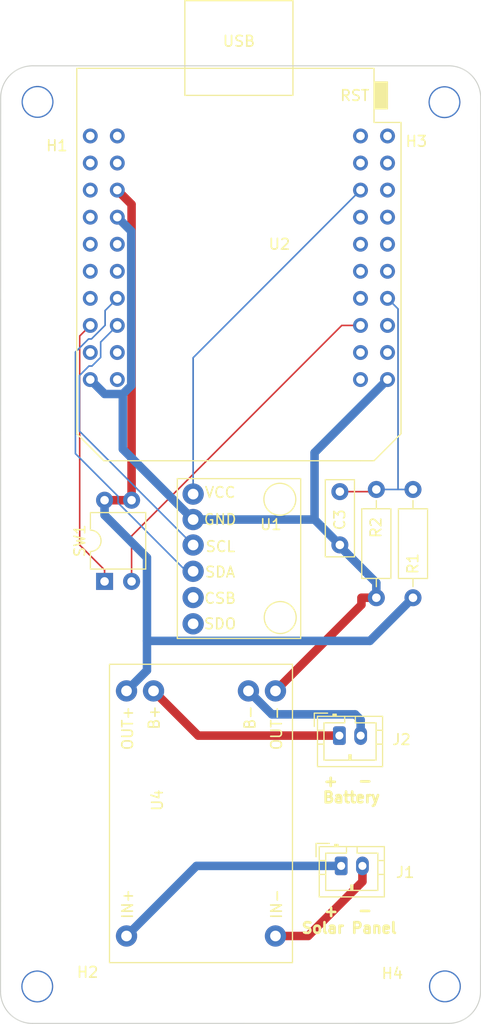
<source format=kicad_pcb>
(kicad_pcb (version 20211014) (generator pcbnew)
  (layers (0 "F.Cu" signal) (31 "B.Cu" signal) (34 "B.Paste" user) (35 "F.Paste" user) (36 "B.SilkS" user "B.Silkscreen") (37 "F.SilkS" user "F.Silkscreen") (38 "B.Mask" user) (39 "F.Mask" user) (44 "Edge.Cuts" user))
  (net 0 "")
  (net 1 "+5V")
  (net 2 "GND")
  (net 3 "BIT0")
  (net 4 "BIT1")
  (net 7 "Net-(J1-Pad1)")
  (net 19 "ADC")
  (net 21 "Net-(J1-Pad2)")
  (net 22 "Net-(J2-Pad1)")
  (net 23 "Net-(J2-Pad2)")
  (net 24 "SCL")
  (net 25 "SDA")
  (net 27 "+3.3V")
  (footprint "project_footprints:NPTH_3mm_ID" (layer "F.Cu") (at 81.7998 64.2037)
    (fp_text reference "H1" (at 1.814988 4.110059) (layer "F.SilkS"))
    (fp_text value "3mm_Mounting_Hole" hide)
    (pad "" np_thru_hole circle locked (at 0 0) (size 3 3) (drill 2.75) (layers *.Cu *.Mask) (clearance 1.6))
  )
  (footprint "project_footprints:NPTH_3mm_ID" (layer "F.Cu") (at 120.0518 64.2309)
    (fp_text reference "H3" (at -2.639487 3.673669) (layer "F.SilkS"))
    (fp_text value "3mm_Mounting_Hole" hide)
    (pad "" np_thru_hole circle locked (at 0 0) (size 3 3) (drill 2.75) (layers *.Cu *.Mask) (clearance 1.6))
  )
  (footprint "project_footprints:NPTH_3mm_ID" (layer "F.Cu") (at 81.7755 147.215)
    (fp_text reference "H2" (at 4.733434 -1.332425) (layer "F.SilkS"))
    (fp_text value "3mm_Mounting_Hole" hide)
    (pad "" np_thru_hole circle locked (at 0 0) (size 3 3) (drill 2.75) (layers *.Cu *.Mask) (clearance 1.6))
  )
  (footprint "project_footprints:NPTH_3mm_ID" (layer "F.Cu") (at 120.0908 147.2075)
    (fp_text reference "H4" (at -4.93875 -1.214706) (layer "F.SilkS"))
    (fp_text value "3mm_Mounting_Hole" hide)
    (pad "" np_thru_hole circle locked (at 0 0) (size 3 3) (drill 2.75) (layers *.Cu *.Mask) (clearance 1.6))
  )
  (footprint "Resistor_THT:R_Axial_DIN0207_L6.3mm_D2.5mm_P10.16mm_Horizontal" (layer "F.Cu") (at 113.6457 100.5751 -90)
    (fp_text reference "R2" (at 3.573276 0.037424 -270) (layer "F.SilkS"))
    (fp_text value "200k")
    (fp_line (start 1.04 0) (end 1.81 0) (layer "F.SilkS") (width 0.12))
    (fp_line (start 9.12 0) (end 8.35 0) (layer "F.SilkS") (width 0.12))
    (fp_line (start 8.35 -1.37) (end 1.81 -1.37) (layer "F.SilkS") (width 0.12))
    (fp_line (start 1.81 1.37) (end 8.35 1.37) (layer "F.SilkS") (width 0.12))
    (fp_line (start 1.81 -1.37) (end 1.81 1.37) (layer "F.SilkS") (width 0.12))
    (fp_line (start 8.35 1.37) (end 8.35 -1.37) (layer "F.SilkS") (width 0.12))
    (pad "1" thru_hole circle (at 0 0 270) (size 1.6 1.6) (drill 0.8) (layers *.Cu *.Mask) (net 19 "ADC"))
    (pad "2" thru_hole oval (at 10.16 0 270) (size 1.6 1.6) (drill 0.8) (layers *.Cu *.Mask) (net 2 "GND"))
  )
  (footprint "Capacitor_THT:C_Disc_D7.0mm_W2.5mm_P5.00mm" (layer "F.Cu") (at 110.2182 105.7781 90)
    (fp_text reference "C3" (at 2.357395 -0.017089 90) (layer "F.SilkS"))
    (fp_text value "100nF")
    (fp_line (start -1.12 -1.37) (end 6.12 -1.37) (layer "F.SilkS") (width 0.12))
    (fp_line (start -1.12 1.37) (end 6.12 1.37) (layer "F.SilkS") (width 0.12))
    (fp_line (start -1.12 -1.37) (end -1.12 1.37) (layer "F.SilkS") (width 0.12))
    (fp_line (start 6.12 -1.37) (end 6.12 1.37) (layer "F.SilkS") (width 0.12))
    (pad "1" thru_hole circle (at 0 0 90) (size 1.6 1.6) (drill 0.8) (layers *.Cu *.Mask) (net 2 "GND"))
    (pad "2" thru_hole circle (at 5 0 90) (size 1.6 1.6) (drill 0.8) (layers *.Cu *.Mask) (net 19 "ADC"))
  )
  (footprint "Connector_JST:JST_PH_B2B-PH-K_1x02_P2.00mm_Vertical" (layer "F.Cu") (at 110.3396 135.9016)
    (fp_text reference "J1" (at 6.016385 0.609956) (layer "F.SilkS"))
    (fp_text value "Solar Panel")
    (fp_line (start 1 2.3) (end 1 1.8) (layer "F.SilkS") (width 0.12))
    (fp_line (start -0.3 -2.01) (end -0.6 -2.01) (layer "F.SilkS") (width 0.12))
    (fp_line (start -0.6 -2.01) (end -0.6 -1.81) (layer "F.SilkS") (width 0.12))
    (fp_line (start 3.45 -1.2) (end 1.5 -1.2) (layer "F.SilkS") (width 0.12))
    (fp_line (start 0.9 1.8) (end 1.1 1.8) (layer "F.SilkS") (width 0.12))
    (fp_line (start -1.45 2.3) (end 3.45 2.3) (layer "F.SilkS") (width 0.12))
    (fp_line (start 4.06 -1.81) (end -2.06 -1.81) (layer "F.SilkS") (width 0.12))
    (fp_line (start 4.06 0.8) (end 3.45 0.8) (layer "F.SilkS") (width 0.12))
    (fp_line (start 0.9 2.3) (end 0.9 1.8) (layer "F.SilkS") (width 0.12))
    (fp_line (start 0.5 -1.81) (end 0.5 -1.2) (layer "F.SilkS") (width 0.12))
    (fp_line (start -2.36 -2.11) (end -2.36 -0.86) (layer "F.SilkS") (width 0.12))
    (fp_line (start -0.3 -1.81) (end -0.3 -2.01) (layer "F.SilkS") (width 0.12))
    (fp_line (start -2.06 0.8) (end -1.45 0.8) (layer "F.SilkS") (width 0.12))
    (fp_line (start -2.06 -1.81) (end -2.06 2.91) (layer "F.SilkS") (width 0.12))
    (fp_line (start 4.06 -0.5) (end 3.45 -0.5) (layer "F.SilkS") (width 0.12))
    (fp_line (start -0.3 -1.91) (end -0.6 -1.91) (layer "F.SilkS") (width 0.12))
    (fp_line (start -2.06 2.91) (end 4.06 2.91) (layer "F.SilkS") (width 0.12))
    (fp_line (start -1.45 -1.2) (end -1.45 2.3) (layer "F.SilkS") (width 0.12))
    (fp_line (start 1.1 1.8) (end 1.1 2.3) (layer "F.SilkS") (width 0.12))
    (fp_line (start -2.06 -0.5) (end -1.45 -0.5) (layer "F.SilkS") (width 0.12))
    (fp_line (start -1.11 -2.11) (end -2.36 -2.11) (layer "F.SilkS") (width 0.12))
    (fp_line (start 1.5 -1.2) (end 1.5 -1.81) (layer "F.SilkS") (width 0.12))
    (fp_line (start 4.06 2.91) (end 4.06 -1.81) (layer "F.SilkS") (width 0.12))
    (fp_line (start 0.5 -1.2) (end -1.45 -1.2) (layer "F.SilkS") (width 0.12))
    (fp_line (start 3.45 2.3) (end 3.45 -1.2) (layer "F.SilkS") (width 0.12))
    (pad "1" thru_hole roundrect (at 0 0) (size 1.2 1.75) (drill 0.75) (layers *.Cu *.Mask) (roundrect_rratio 0.208333) (net 7 "Net-(J1-Pad1)"))
    (pad "2" thru_hole oval (at 2 0) (size 1.2 1.75) (drill 0.75) (layers *.Cu *.Mask) (net 21 "Net-(J1-Pad2)"))
  )
  (footprint "TP4056:TP4056-Module" (layer "F.Cu") (at 105.7642 144.9795 90)
    (fp_text reference "U4" (at 15.24 -12.7 90 unlocked) (layer "F.SilkS"))
    (fp_text value "TP4056")
    (fp_text user "OUT-" (at 22 -1.5 90 unlocked) (layer "F.SilkS"))
    (fp_text user "IN-" (at 5.5 -1.5 90 unlocked) (layer "F.SilkS"))
    (fp_text user "B-" (at 23 -4 90 unlocked) (layer "F.SilkS"))
    (fp_text user "OUT+" (at 22 -15.5 90 unlocked) (layer "F.SilkS"))
    (fp_text user "B+" (at 23 -13 90 unlocked) (layer "F.SilkS"))
    (fp_text user "IN+" (at 5.5 -15.5 90 unlocked) (layer "F.SilkS"))
    (fp_line (start 0 -17.2) (end 28 -17.2) (layer "F.SilkS") (width 0.12))
    (fp_line (start 0 0) (end 28 0) (layer "F.SilkS") (width 0.12))
    (fp_line (start 0 -17.2) (end 0 0) (layer "F.SilkS") (width 0.12))
    (fp_line (start 28 -17.2) (end 28 0) (layer "F.SilkS") (width 0.12))
    (pad "1" thru_hole circle (at 2.5 -15.6 90) (size 2 2) (drill 1) (layers *.Cu *.Mask) (net 7 "Net-(J1-Pad1)"))
    (pad "2" thru_hole circle (at 2.5 -1.6 90) (size 2 2) (drill 1) (layers *.Cu *.Mask) (net 21 "Net-(J1-Pad2)"))
    (pad "3" thru_hole circle (at 25.5 -15.6 90) (size 2 2) (drill 1) (layers *.Cu *.Mask) (net 1 "+5V"))
    (pad "4" thru_hole circle (at 25.5 -1.6 90) (size 2 2) (drill 1) (layers *.Cu *.Mask) (net 2 "GND"))
    (pad "5" thru_hole circle (at 25.5 -13.06 90) (size 2 2) (drill 1) (layers *.Cu *.Mask) (net 22 "Net-(J2-Pad1)"))
    (pad "6" thru_hole circle (at 25.5 -4.14 90) (size 2 2) (drill 1) (layers *.Cu *.Mask) (net 23 "Net-(J2-Pad2)"))
  )
  (footprint "Resistor_THT:R_Axial_DIN0207_L6.3mm_D2.5mm_P10.16mm_Horizontal" (layer "F.Cu") (at 117.0914 110.7367 90)
    (fp_text reference "R1" (at 3.196558 -0.018186 90) (layer "F.SilkS"))
    (fp_text value "200k")
    (fp_line (start 1.81 -1.37) (end 1.81 1.37) (layer "F.SilkS") (width 0.12))
    (fp_line (start 8.35 -1.37) (end 1.81 -1.37) (layer "F.SilkS") (width 0.12))
    (fp_line (start 9.12 0) (end 8.35 0) (layer "F.SilkS") (width 0.12))
    (fp_line (start 8.35 1.37) (end 8.35 -1.37) (layer "F.SilkS") (width 0.12))
    (fp_line (start 1.04 0) (end 1.81 0) (layer "F.SilkS") (width 0.12))
    (fp_line (start 1.81 1.37) (end 8.35 1.37) (layer "F.SilkS") (width 0.12))
    (pad "1" thru_hole circle (at 0 0 90) (size 1.6 1.6) (drill 0.8) (layers *.Cu *.Mask) (net 1 "+5V"))
    (pad "2" thru_hole oval (at 10.16 0 90) (size 1.6 1.6) (drill 0.8) (layers *.Cu *.Mask) (net 19 "ADC"))
  )
  (footprint "Connector_JST:JST_PH_B2B-PH-K_1x02_P2.00mm_Vertical" (layer "F.Cu") (at 110.1733 123.6748)
    (fp_text reference "J2" (at 5.840791 0.36967) (layer "F.SilkS"))
    (fp_text value "Battery")
    (fp_line (start -2.06 0.8) (end -1.45 0.8) (layer "F.SilkS") (width 0.12))
    (fp_line (start -2.06 -0.5) (end -1.45 -0.5) (layer "F.SilkS") (width 0.12))
    (fp_line (start 3.45 -1.2) (end 1.5 -1.2) (layer "F.SilkS") (width 0.12))
    (fp_line (start 0.5 -1.2) (end -1.45 -1.2) (layer "F.SilkS") (width 0.12))
    (fp_line (start 4.06 -1.81) (end -2.06 -1.81) (layer "F.SilkS") (width 0.12))
    (fp_line (start -1.11 -2.11) (end -2.36 -2.11) (layer "F.SilkS") (width 0.12))
    (fp_line (start 1 2.3) (end 1 1.8) (layer "F.SilkS") (width 0.12))
    (fp_line (start -0.3 -2.01) (end -0.6 -2.01) (layer "F.SilkS") (width 0.12))
    (fp_line (start -1.45 -1.2) (end -1.45 2.3) (layer "F.SilkS") (width 0.12))
    (fp_line (start 1.1 1.8) (end 1.1 2.3) (layer "F.SilkS") (width 0.12))
    (fp_line (start 3.45 2.3) (end 3.45 -1.2) (layer "F.SilkS") (width 0.12))
    (fp_line (start 0.5 -1.81) (end 0.5 -1.2) (layer "F.SilkS") (width 0.12))
    (fp_line (start -2.06 2.91) (end 4.06 2.91) (layer "F.SilkS") (width 0.12))
    (fp_line (start 4.06 -0.5) (end 3.45 -0.5) (layer "F.SilkS") (width 0.12))
    (fp_line (start -2.06 -1.81) (end -2.06 2.91) (layer "F.SilkS") (width 0.12))
    (fp_line (start -2.36 -2.11) (end -2.36 -0.86) (layer "F.SilkS") (width 0.12))
    (fp_line (start 0.9 1.8) (end 1.1 1.8) (layer "F.SilkS") (width 0.12))
    (fp_line (start 1.5 -1.2) (end 1.5 -1.81) (layer "F.SilkS") (width 0.12))
    (fp_line (start 4.06 0.8) (end 3.45 0.8) (layer "F.SilkS") (width 0.12))
    (fp_line (start -0.6 -2.01) (end -0.6 -1.81) (layer "F.SilkS") (width 0.12))
    (fp_line (start -0.3 -1.91) (end -0.6 -1.91) (layer "F.SilkS") (width 0.12))
    (fp_line (start 4.06 2.91) (end 4.06 -1.81) (layer "F.SilkS") (width 0.12))
    (fp_line (start -1.45 2.3) (end 3.45 2.3) (layer "F.SilkS") (width 0.12))
    (fp_line (start -0.3 -1.81) (end -0.3 -2.01) (layer "F.SilkS") (width 0.12))
    (fp_line (start 0.9 2.3) (end 0.9 1.8) (layer "F.SilkS") (width 0.12))
    (pad "1" thru_hole roundrect (at 0 0) (size 1.2 1.75) (drill 0.75) (layers *.Cu *.Mask) (roundrect_rratio 0.208333) (net 22 "Net-(J2-Pad1)"))
    (pad "2" thru_hole oval (at 2 0) (size 1.2 1.75) (drill 0.75) (layers *.Cu *.Mask) (net 23 "Net-(J2-Pad2)"))
  )
  (footprint "BME280:BME280-Module" (layer "F.Cu") (at 94.9375 114.558)
    (fp_text reference "U1" (at 8.792287 -10.688849 unlocked) (layer "F.SilkS"))
    (fp_text value "BME280")
    (fp_text user "SDA" (at 4.020757 -6.23048 unlocked) (layer "F.SilkS"))
    (fp_text user "SCL" (at 4.055442 -8.623706 unlocked) (layer "F.SilkS"))
    (fp_text user "GND" (at 4.028793 -11.16 unlocked) (layer "F.SilkS"))
    (fp_text user "CSB" (at 4.020757 -3.767885 unlocked) (layer "F.SilkS"))
    (fp_text user "SDO" (at 4.020757 -1.374659 unlocked) (layer "F.SilkS"))
    (fp_text user "VCC" (at 4.028793 -13.7 unlocked) (layer "F.SilkS"))
    (fp_line (start 0 -15) (end 11.6 -15) (layer "F.SilkS") (width 0.12))
    (fp_line (start 0 0) (end 11.6 0) (layer "F.SilkS") (width 0.12))
    (fp_line (start 11.6 -15) (end 11.6 0) (layer "F.SilkS") (width 0.12))
    (fp_line (start 0 -15) (end 0 0) (layer "F.SilkS") (width 0.12))
    (fp_circle (center 9.674321 -1.964294) (end 11.174321 -1.964294) (layer "F.SilkS") (width 0.12) (fill none))
    (fp_circle (center 9.639636 -13.063314) (end 11.139636 -13.063314) (layer "F.SilkS") (width 0.12) (fill none))
    (pad "1" thru_hole circle (at 1.488793 -13.548896) (size 2 2) (drill 1) (layers *.Cu *.Mask) (net 27 "+3.3V"))
    (pad "2" thru_hole circle (at 1.488793 -11.16) (size 2 2) (drill 1) (layers *.Cu *.Mask) (net 2 "GND"))
    (pad "3" thru_hole circle (at 1.488793 -8.769864) (size 2 2) (drill 1) (layers *.Cu *.Mask) (net 24 "SCL"))
    (pad "4" thru_hole circle (at 1.488793 -6.304796) (size 2 2) (drill 1) (layers *.Cu *.Mask) (net 25 "SDA"))
    (pad "5" thru_hole circle (at 1.488793 -3.839728) (size 2 2) (drill 1) (layers *.Cu *.Mask))
    (pad "6" thru_hole circle (at 1.488793 -1.374659) (size 2 2) (drill 1) (layers *.Cu *.Mask))
  )
  (footprint "Package_DIP:DIP-4_W7.62mm" (layer "F.Cu") (at 88.1004 109.2039 90)
    (fp_text reference "SW1" (at 3.81 -2.33 90) (layer "F.SilkS"))
    (fp_text value "Sensor Number")
    (fp_line (start 6.46 3.87) (end 6.46 -1.33) (layer "F.SilkS") (width 0.12))
    (fp_line (start 6.46 -1.33) (end 4.81 -1.33) (layer "F.SilkS") (width 0.12))
    (fp_line (start 1.16 3.87) (end 6.46 3.87) (layer "F.SilkS") (width 0.12))
    (fp_line (start 2.81 -1.33) (end 1.16 -1.33) (layer "F.SilkS") (width 0.12))
    (fp_line (start 1.16 -1.33) (end 1.16 3.87) (layer "F.SilkS") (width 0.12))
    (fp_arc (start 4.81 -1.33) (mid 3.81 -0.33) (end 2.81 -1.33) (layer "F.SilkS") (width 0.12))
    (pad "1" thru_hole rect (at 0 0 90) (size 1.6 1.6) (drill 0.8) (layers *.Cu *.Mask) (net 3 "BIT0"))
    (pad "2" thru_hole oval (at 0 2.54 90) (size 1.6 1.6) (drill 0.8) (layers *.Cu *.Mask) (net 4 "BIT1"))
    (pad "3" thru_hole oval (at 7.62 2.54 90) (size 1.6 1.6) (drill 0.8) (layers *.Cu *.Mask) (net 1 "+5V"))
    (pad "4" thru_hole oval (at 7.62 0 90) (size 1.6 1.6) (drill 0.8) (layers *.Cu *.Mask) (net 1 "+5V"))
  )
  (footprint "D1 Mini ESP32:ESP32_mini" (layer "F.Cu") (at 100.7281 78.8309 180)
    (fp_text reference "U2" (at -3.81 1.27) (layer "F.SilkS"))
    (fp_text value "mini_esp32")
    (fp_text user "RST" (at -10.886105 15.225967) (layer "F.SilkS"))
    (fp_text user "USB" (at 0 20.32) (layer "F.SilkS"))
    (fp_line (start 5.08 15.24) (end 5.08 17.78) (layer "F.SilkS") (width 0.12))
    (fp_line (start -12.7 12.7) (end -12.7 17.78) (layer "F.SilkS") (width 0.12))
    (fp_line (start -5.08 17.78) (end -5.08 15.24) (layer "F.SilkS") (width 0.12))
    (fp_line (start -5.08 24.13) (end 5.08 24.13) (layer "F.SilkS") (width 0.12))
    (fp_line (start -12.7 -19.05) (end -11.43 -19.05) (layer "F.SilkS") (width 0.12))
    (fp_line (start -5.08 17.78) (end -5.08 24.13) (layer "F.SilkS") (width 0.12))
    (fp_line (start -12.7 -19.05) (end -15.24 -16.51) (layer "F.SilkS") (width 0.12))
    (fp_line (start 5.08 24.13) (end 5.08 17.78) (layer "F.SilkS") (width 0.12))
    (fp_line (start -15.24 -16.51) (end -15.24 12.7) (layer "F.SilkS") (width 0.12))
    (fp_line (start -15.24 12.7) (end -12.7 12.7) (layer "F.SilkS") (width 0.12))
    (fp_line (start -5.08 15.24) (end 5.08 15.24) (layer "F.SilkS") (width 0.12))
    (fp_line (start 15.24 -16.51) (end 15.24 17.78) (layer "F.SilkS") (width 0.12))
    (fp_line (start 12.7 -19.05) (end 15.24 -16.51) (layer "F.SilkS") (width 0.12))
    (fp_line (start -12.7 17.78) (end 15.24 17.78) (layer "F.SilkS") (width 0.12))
    (fp_line (start 12.7 -19.05) (end -11.43 -19.05) (layer "F.SilkS") (width 0.12))
    (fp_poly (pts (xy -13.97 16.51) (xy -13.97 13.97) (xy -12.7 13.97) (xy -12.7 16.51)) (layer "F.SilkS") (width 0.1) (fill solid))
    (pad "1" thru_hole circle locked (at -13.97 -11.43 90) (size 1.4 1.4) (drill 0.8) (layers *.Cu *.Mask) (net 2 "GND"))
    (pad "2" thru_hole circle locked (at -11.43 -11.43 90) (size 1.4 1.4) (drill 0.8) (layers *.Cu *.Mask))
    (pad "3" thru_hole circle locked (at -13.97 -8.89 90) (size 1.4 1.4) (drill 0.8) (layers *.Cu *.Mask))
    (pad "4" thru_hole circle locked (at -11.43 -8.89 90) (size 1.4 1.4) (drill 0.8) (layers *.Cu *.Mask))
    (pad "5" thru_hole circle locked (at -13.97 -6.35 90) (size 1.4 1.4) (drill 0.8) (layers *.Cu *.Mask))
    (pad "6" thru_hole circle locked (at -11.43 -6.35 90) (size 1.4 1.4) (drill 0.8) (layers *.Cu *.Mask) (net 4 "BIT1"))
    (pad "7" thru_hole circle locked (at -13.97 -3.81 90) (size 1.4 1.4) (drill 0.8) (layers *.Cu *.Mask) (net 19 "ADC"))
    (pad "8" thru_hole circle locked (at -11.43 -3.81 90) (size 1.4 1.4) (drill 0.8) (layers *.Cu *.Mask))
    (pad "9" thru_hole circle locked (at -13.97 -1.27 90) (size 1.4 1.4) (drill 0.8) (layers *.Cu *.Mask))
    (pad "10" thru_hole circle locked (at -11.43 -1.27 90) (size 1.4 1.4) (drill 0.8) (layers *.Cu *.Mask))
    (pad "11" thru_hole circle locked (at -13.97 1.27 90) (size 1.4 1.4) (drill 0.8) (layers *.Cu *.Mask))
    (pad "12" thru_hole circle locked (at -11.43 1.27 90) (size 1.4 1.4) (drill 0.8) (layers *.Cu *.Mask))
    (pad "13" thru_hole circle locked (at -13.97 3.81 90) (size 1.4 1.4) (drill 0.8) (layers *.Cu *.Mask))
    (pad "14" thru_hole circle locked (at -11.43 3.81 90) (size 1.4 1.4) (drill 0.8) (layers *.Cu *.Mask))
    (pad "15" thru_hole circle locked (at -13.97 6.35 90) (size 1.4 1.4) (drill 0.8) (layers *.Cu *.Mask))
    (pad "16" thru_hole circle locked (at -11.43 6.35 90) (size 1.4 1.4) (drill 0.8) (layers *.Cu *.Mask) (net 27 "+3.3V"))
    (pad "17" thru_hole circle locked (at -13.97 8.89 90) (size 1.4 1.4) (drill 0.8) (layers *.Cu *.Mask))
    (pad "18" thru_hole circle locked (at -11.43 8.89 90) (size 1.4 1.4) (drill 0.8) (layers *.Cu *.Mask))
    (pad "19" thru_hole circle locked (at -13.97 11.43 90) (size 1.4 1.4) (drill 0.8) (layers *.Cu *.Mask))
    (pad "20" thru_hole circle locked (at -11.43 11.43 90) (size 1.4 1.4) (drill 0.8) (layers *.Cu *.Mask))
    (pad "21" thru_hole circle locked (at 11.43 -11.43 90) (size 1.4 1.4) (drill 0.8) (layers *.Cu *.Mask))
    (pad "22" thru_hole circle locked (at 13.97 -11.43 90) (size 1.4 1.4) (drill 0.8) (layers *.Cu *.Mask) (net 2 "GND"))
    (pad "23" thru_hole circle locked (at 11.43 -8.89 90) (size 1.4 1.4) (drill 0.8) (layers *.Cu *.Mask))
    (pad "24" thru_hole circle locked (at 13.97 -8.89 90) (size 1.4 1.4) (drill 0.8) (layers *.Cu *.Mask))
    (pad "25" thru_hole circle locked (at 11.43 -6.35 90) (size 1.4 1.4) (drill 0.8) (layers *.Cu *.Mask) (net 24 "SCL"))
    (pad "26" thru_hole circle locked (at 13.97 -6.35 90) (size 1.4 1.4) (drill 0.8) (layers *.Cu *.Mask) (net 3 "BIT0"))
    (pad "27" thru_hole circle locked (at 11.43 -3.81 90) (size 1.4 1.4) (drill 0.8) (layers *.Cu *.Mask) (net 25 "SDA"))
    (pad "28" thru_hole circle locked (at 13.97 -3.81 90) (size 1.4 1.4) (drill 0.8) (layers *.Cu *.Mask))
    (pad "29" thru_hole circle locked (at 11.43 -1.27 90) (size 1.4 1.4) (drill 0.8) (layers *.Cu *.Mask))
    (pad "30" thru_hole circle locked (at 13.97 -1.27 90) (size 1.4 1.4) (drill 0.8) (layers *.Cu *.Mask))
    (pad "31" thru_hole circle locked (at 11.43 1.27 90) (size 1.4 1.4) (drill 0.8) (layers *.Cu *.Mask))
    (pad "32" thru_hole circle locked (at 13.97 1.27 90) (size 1.4 1.4) (drill 0.8) (layers *.Cu *.Mask))
    (pad "33" thru_hole circle locked (at 11.43 3.81 90) (size 1.4 1.4) (drill 0.8) (layers *.Cu *.Mask) (net 2 "GND"))
    (pad "34" thru_hole circle locked (at 13.97 3.81 90) (size 1.4 1.4) (drill 0.8) (layers *.Cu *.Mask))
    (pad "35" thru_hole circle locked (at 11.43 6.35 90) (size 1.4 1.4) (drill 0.8) (layers *.Cu *.Mask) (net 1 "+5V"))
    (pad "36" thru_hole circle locked (at 13.97 6.35 90) (size 1.4 1.4) (drill 0.8) (layers *.Cu *.Mask))
    (pad "37" thru_hole circle locked (at 11.43 8.89 90) (size 1.4 1.4) (drill 0.8) (layers *.Cu *.Mask))
    (pad "38" thru_hole circle locked (at 13.97 8.89 90) (size 1.4 1.4) (drill 0.8) (layers *.Cu *.Mask))
    (pad "39" thru_hole circle locked (at 11.43 11.43 90) (size 1.4 1.4) (drill 0.8) (layers *.Cu *.Mask))
    (pad "40" thru_hole circle locked (at 13.97 11.43 90) (size 1.4 1.4) (drill 0.8) (layers *.Cu *.Mask))
  )
  (gr_line (start 78.33668 63.817611) (end 78.322101 147.682977) (layer "Edge.Cuts") (width 0.1))
  (gr_arc (start 123.439575 147.682977) (mid 122.559047 149.80092) (end 120.43958 150.677741) (layer "Edge.Cuts") (width 0.1))
  (gr_arc (start 81.322101 150.682977) (mid 79.200777 149.804293) (end 78.322101 147.682977) (layer "Edge.Cuts") (width 0.1))
  (gr_line (start 81.322101 150.682977) (end 120.43958 150.677741) (layer "Edge.Cuts") (width 0.1))
  (gr_line (start 120.454159 60.817611) (end 81.33668 60.817611) (layer "Edge.Cuts") (width 0.1))
  (gr_arc (start 120.454159 60.817611) (mid 122.575479 61.696276) (end 123.454159 63.817611) (layer "Edge.Cuts") (width 0.1))
  (gr_arc (start 78.33668 63.817611) (mid 79.215353 61.696268) (end 81.33668 60.817611) (layer "Edge.Cuts") (width 0.1))
  (gr_line (start 123.439575 147.682977) (end 123.454159 63.817611) (layer "Edge.Cuts") (width 0.1))
  (gr_text "Solar Panel" (at 111.101656 141.732512) (layer "F.SilkS") (effects (font (size 1 1) (thickness 0.25))))
  (gr_text "-" (at 112.599552 127.903422) (layer "F.SilkS") (effects (font (size 1 1) (thickness 0.25))))
  (gr_text "+" (at 109.35788 127.944982) (layer "F.SilkS") (effects (font (size 1 1) (thickness 0.25))))
  (gr_text "-" (at 112.585368 140.060406) (layer "F.SilkS") (effects (font (size 1 1) (thickness 0.25))))
  (gr_text "Battery" (at 111.300763 129.478593) (layer "F.SilkS") (effects (font (size 1 1) (thickness 0.25))))
  (gr_text "+" (at 109.395027 140.150759) (layer "F.SilkS") (effects (font (size 1 1) (thickness 0.25))))
  (segment (start 88.1004 101.5839) (end 89.5007 101.5839) (width 0.8) (layer "F.Cu") (net 1))
  (segment (start 89.5007 101.5839) (end 90.6404 101.5839) (width 0.8) (layer "F.Cu") (net 1))
  (segment (start 90.6404 73.8232) (end 90.6404 101.5839) (width 0.8) (layer "F.Cu") (net 1))
  (segment (start 89.2981 72.4809) (end 90.6404 73.8232) (width 0.8) (layer "F.Cu") (net 1))
  (segment (start 113.0423 114.7858) (end 92.0874 114.7858) (width 0.8) (layer "B.Cu") (net 1))
  (segment (start 88.1004 102.9842) (end 92.0874 106.9712) (width 0.8) (layer "B.Cu") (net 1))
  (segment (start 92.0874 117.5563) (end 90.1642 119.4795) (width 0.8) (layer "B.Cu") (net 1))
  (segment (start 88.1004 101.5839) (end 88.1004 102.9842) (width 0.8) (layer "B.Cu") (net 1))
  (segment (start 117.0914 110.7367) (end 113.0423 114.7858) (width 0.8) (layer "B.Cu") (net 1))
  (segment (start 92.0874 106.9712) (end 92.0874 114.7858) (width 0.8) (layer "B.Cu") (net 1))
  (segment (start 92.0874 114.7858) (end 92.0874 117.5563) (width 0.8) (layer "B.Cu") (net 1))
  (segment (start 112.2454 110.7351) (end 112.2454 111.3983) (width 0.8) (layer "F.Cu") (net 2))
  (segment (start 113.6457 110.7351) (end 112.2454 110.7351) (width 0.8) (layer "F.Cu") (net 2))
  (segment (start 112.2454 111.3983) (end 104.1642 119.4795) (width 0.8) (layer "F.Cu") (net 2))
  (segment (start 89.2981 75.0209) (end 90.6064 76.3292) (width 0.8) (layer "B.Cu") (net 2))
  (segment (start 107.8381 103.398) (end 96.4263 103.398) (width 0.8) (layer "B.Cu") (net 2))
  (segment (start 113.6457 110.7351) (end 113.6457 109.3348) (width 0.8) (layer "B.Cu") (net 2))
  (segment (start 107.8381 97.1209) (end 114.6981 90.2609) (width 0.8) (layer "B.Cu") (net 2))
  (segment (start 89.8172 96.7889) (end 96.4263 103.398) (width 0.8) (layer "B.Cu") (net 2))
  (segment (start 107.8381 103.398) (end 107.8381 97.1209) (width 0.8) (layer "B.Cu") (net 2))
  (segment (start 89.8172 91.6166) (end 88.1138 91.6166) (width 0.8) (layer "B.Cu") (net 2))
  (segment (start 90.6064 76.3292) (end 90.6064 90.8274) (width 0.8) (layer "B.Cu") (net 2))
  (segment (start 113.6457 109.3348) (end 110.2182 105.9073) (width 0.8) (layer "B.Cu") (net 2))
  (segment (start 110.2182 105.9073) (end 110.2182 105.7781) (width 0.8) (layer "B.Cu") (net 2))
  (segment (start 89.8172 91.6166) (end 89.8172 96.7889) (width 0.8) (layer "B.Cu") (net 2))
  (segment (start 90.6064 90.8274) (end 89.8172 91.6166) (width 0.8) (layer "B.Cu") (net 2))
  (segment (start 88.1138 91.6166) (end 86.7581 90.2609) (width 0.8) (layer "B.Cu") (net 2))
  (segment (start 110.2182 105.7781) (end 107.8381 103.398) (width 0.8) (layer "B.Cu") (net 2))
  (segment (start 86.7581 85.1809) (end 85.7617 86.1773) (width 0.15) (layer "F.Cu") (net 3))
  (segment (start 85.7617 86.1773) (end 85.7617 105.7899) (width 0.15) (layer "F.Cu") (net 3))
  (segment (start 85.7617 105.7899) (end 88.1004 108.1286) (width 0.15) (layer "F.Cu") (net 3))
  (segment (start 88.1004 109.2039) (end 88.1004 108.1286) (width 0.15) (layer "F.Cu") (net 3))
  (segment (start 90.6404 104.9378) (end 90.6404 109.2039) (width 0.15) (layer "F.Cu") (net 4))
  (segment (start 112.1581 85.1809) (end 110.3973 85.1809) (width 0.15) (layer "F.Cu") (net 4))
  (segment (start 110.3973 85.1809) (end 90.6404 104.9378) (width 0.15) (layer "F.Cu") (net 4))
  (segment (start 96.7421 135.9016) (end 110.3396 135.9016) (width 0.8) (layer "B.Cu") (net 7))
  (segment (start 90.1642 142.4795) (end 96.7421 135.9016) (width 0.8) (layer "B.Cu") (net 7))
  (segment (start 110.2182 100.7781) (end 113.4427 100.7781) (width 0.15) (layer "F.Cu") (net 19))
  (segment (start 113.4427 100.7781) (end 113.6457 100.5751) (width 0.15) (layer "F.Cu") (net 19))
  (segment (start 117.0914 100.5767) (end 116.0161 100.5767) (width 0.15) (layer "B.Cu") (net 19))
  (segment (start 114.6981 82.6409) (end 115.6854 83.6282) (width 0.15) (layer "B.Cu") (net 19))
  (segment (start 115.6854 83.6282) (end 115.6854 100.5751) (width 0.15) (layer "B.Cu") (net 19))
  (segment (start 116.0145 100.5751) (end 116.0161 100.5767) (width 0.15) (layer "B.Cu") (net 19))
  (segment (start 113.6457 100.5751) (end 115.6854 100.5751) (width 0.15) (layer "B.Cu") (net 19))
  (segment (start 115.6854 100.5751) (end 116.0145 100.5751) (width 0.15) (layer "B.Cu") (net 19))
  (segment (start 107.237 142.4795) (end 112.3396 137.3769) (width 0.8) (layer "F.Cu") (net 21))
  (segment (start 112.3396 135.9016) (end 112.3396 137.3769) (width 0.8) (layer "F.Cu") (net 21))
  (segment (start 104.1642 142.4795) (end 107.237 142.4795) (width 0.8) (layer "F.Cu") (net 21))
  (segment (start 110.1733 123.6748) (end 96.8995 123.6748) (width 0.8) (layer "F.Cu") (net 22))
  (segment (start 96.8995 123.6748) (end 92.7042 119.4795) (width 0.8) (layer "F.Cu") (net 22))
  (segment (start 112.1733 122.1995) (end 111.6528 121.679) (width 0.8) (layer "B.Cu") (net 23))
  (segment (start 112.1733 123.6748) (end 112.1733 122.1995) (width 0.8) (layer "B.Cu") (net 23))
  (segment (start 111.6528 121.679) (end 103.8237 121.679) (width 0.8) (layer "B.Cu") (net 23))
  (segment (start 103.8237 121.679) (end 101.6242 119.4795) (width 0.8) (layer "B.Cu") (net 23))
  (segment (start 86.6356 88.9909) (end 85.7403 89.8862) (width 0.15) (layer "B.Cu") (net 24))
  (segment (start 89.2981 85.1809) (end 87.7336 86.7454) (width 0.15) (layer "B.Cu") (net 24))
  (segment (start 85.7403 95.1021) (end 96.4263 105.7881) (width 0.15) (layer "B.Cu") (net 24))
  (segment (start 85.7403 89.8862) (end 85.7403 95.1021) (width 0.15) (layer "B.Cu") (net 24))
  (segment (start 86.92 88.9909) (end 86.6356 88.9909) (width 0.15) (layer "B.Cu") (net 24))
  (segment (start 87.7336 86.7454) (end 87.7336 88.1773) (width 0.15) (layer "B.Cu") (net 24))
  (segment (start 87.7336 88.1773) (end 86.92 88.9909) (width 0.15) (layer "B.Cu") (net 24))
  (segment (start 86.8686 86.4509) (end 86.597 86.4509) (width 0.15) (layer "B.Cu") (net 25))
  (segment (start 85.3614 97.211) (end 89.3704 101.22) (width 0.15) (layer "B.Cu") (net 25))
  (segment (start 89.3704 101.8364) (end 95.7872 108.2532) (width 0.15) (layer "B.Cu") (net 25))
  (segment (start 89.3704 101.22) (end 89.3704 101.8364) (width 0.15) (layer "B.Cu") (net 25))
  (segment (start 86.597 86.4509) (end 85.3614 87.6865) (width 0.15) (layer "B.Cu") (net 25))
  (segment (start 88.1521 83.7869) (end 88.1521 85.1674) (width 0.15) (layer "B.Cu") (net 25))
  (segment (start 85.3614 87.6865) (end 85.3614 97.211) (width 0.15) (layer "B.Cu") (net 25))
  (segment (start 95.7872 108.2532) (end 96.4263 108.2532) (width 0.15) (layer "B.Cu") (net 25))
  (segment (start 88.1521 85.1674) (end 86.8686 86.4509) (width 0.15) (layer "B.Cu") (net 25))
  (segment (start 89.2981 82.6409) (end 88.1521 83.7869) (width 0.15) (layer "B.Cu") (net 25))
  (segment (start 112.1581 72.4809) (end 96.4263 88.2127) (width 0.15) (layer "B.Cu") (net 27))
  (segment (start 96.4263 88.2127) (end 96.4263 101.0091) (width 0.15) (layer "B.Cu") (net 27))
)
</source>
